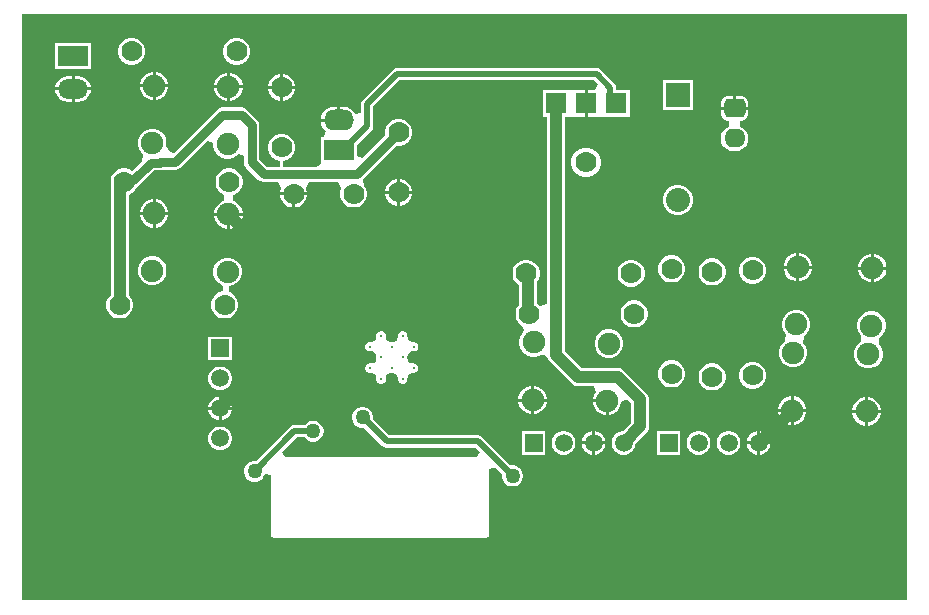
<source format=gbr>
G04*
G04 #@! TF.GenerationSoftware,Altium Limited,Altium Designer,25.0.2 (28)*
G04*
G04 Layer_Physical_Order=2*
G04 Layer_Color=16711680*
%FSLAX44Y44*%
%MOMM*%
G71*
G04*
G04 #@! TF.SameCoordinates,D42C59B9-CDD2-46E9-AE24-7A473A00D307*
G04*
G04*
G04 #@! TF.FilePolarity,Positive*
G04*
G01*
G75*
%ADD44C,0.5080*%
%ADD46C,0.7620*%
%ADD47C,1.0000*%
%ADD48C,1.0000*%
%ADD50C,0.3000*%
%ADD51C,1.7780*%
%ADD52R,1.7780X1.7780*%
%ADD53C,1.9050*%
%ADD54R,1.5000X1.5000*%
%ADD55C,1.5000*%
%ADD56R,1.5000X1.5000*%
G04:AMPARAMS|DCode=57|XSize=1.6mm|YSize=1.8mm|CornerRadius=0.4mm|HoleSize=0mm|Usage=FLASHONLY|Rotation=270.000|XOffset=0mm|YOffset=0mm|HoleType=Round|Shape=RoundedRectangle|*
%AMROUNDEDRECTD57*
21,1,1.6000,1.0000,0,0,270.0*
21,1,0.8000,1.8000,0,0,270.0*
1,1,0.8000,-0.5000,-0.4000*
1,1,0.8000,-0.5000,0.4000*
1,1,0.8000,0.5000,0.4000*
1,1,0.8000,0.5000,-0.4000*
%
%ADD57ROUNDEDRECTD57*%
%ADD58O,1.8000X1.6000*%
%ADD59R,2.0320X2.0320*%
%ADD60C,2.0320*%
%ADD61O,2.5400X1.7780*%
%ADD62R,2.5400X1.7780*%
%ADD63O,2.5400X1.6510*%
%ADD64R,2.5400X1.6510*%
%ADD65C,1.2700*%
G36*
X1319455Y353135D02*
X570305D01*
Y849555D01*
X1319455D01*
X1319455Y353135D01*
D02*
G37*
%LPC*%
G36*
X753345Y829310D02*
X750335D01*
X747428Y828531D01*
X744822Y827026D01*
X742694Y824898D01*
X741189Y822292D01*
X740410Y819385D01*
Y816375D01*
X741189Y813468D01*
X742694Y810862D01*
X744822Y808734D01*
X747428Y807229D01*
X750335Y806450D01*
X753345D01*
X756252Y807229D01*
X758858Y808734D01*
X760986Y810862D01*
X762491Y813468D01*
X763270Y816375D01*
Y819385D01*
X762491Y822292D01*
X760986Y824898D01*
X758858Y827026D01*
X756252Y828531D01*
X753345Y829310D01*
D02*
G37*
G36*
X664445D02*
X661435D01*
X658528Y828531D01*
X655922Y827026D01*
X653794Y824898D01*
X652289Y822292D01*
X651510Y819385D01*
Y816375D01*
X652289Y813468D01*
X653794Y810862D01*
X655922Y808734D01*
X658528Y807229D01*
X661435Y806450D01*
X664445D01*
X667352Y807229D01*
X669958Y808734D01*
X672086Y810862D01*
X673591Y813468D01*
X674370Y816375D01*
Y819385D01*
X673591Y822292D01*
X672086Y824898D01*
X669958Y827026D01*
X667352Y828531D01*
X664445Y829310D01*
D02*
G37*
G36*
X628650Y824865D02*
X598170D01*
Y803275D01*
X628650D01*
Y824865D01*
D02*
G37*
G36*
X683578Y800735D02*
X683260D01*
Y789940D01*
X694055D01*
Y790258D01*
X693233Y793327D01*
X691644Y796078D01*
X689398Y798324D01*
X686647Y799913D01*
X683578Y800735D01*
D02*
G37*
G36*
X680720D02*
X680402D01*
X677333Y799913D01*
X674582Y798324D01*
X672336Y796078D01*
X670747Y793327D01*
X669925Y790258D01*
Y789940D01*
X680720D01*
Y800735D01*
D02*
G37*
G36*
X746570Y799973D02*
X746252D01*
Y789178D01*
X757047D01*
Y789496D01*
X756225Y792565D01*
X754636Y795316D01*
X752390Y797562D01*
X749639Y799151D01*
X746570Y799973D01*
D02*
G37*
G36*
X743712D02*
X743394D01*
X740325Y799151D01*
X737574Y797562D01*
X735328Y795316D01*
X733739Y792565D01*
X732917Y789496D01*
Y789178D01*
X743712D01*
Y799973D01*
D02*
G37*
G36*
X791445Y798830D02*
X791210D01*
Y788670D01*
X801370D01*
Y788905D01*
X800591Y791812D01*
X799086Y794418D01*
X796958Y796546D01*
X794352Y798051D01*
X791445Y798830D01*
D02*
G37*
G36*
X788670D02*
X788435D01*
X785528Y798051D01*
X782922Y796546D01*
X780794Y794418D01*
X779289Y791812D01*
X778510Y788905D01*
Y788670D01*
X788670D01*
Y798830D01*
D02*
G37*
G36*
X617855Y797018D02*
X614680D01*
Y787400D01*
X628576D01*
X628372Y788948D01*
X627284Y791574D01*
X625554Y793829D01*
X623299Y795559D01*
X620673Y796647D01*
X617855Y797018D01*
D02*
G37*
G36*
X612140D02*
X608965D01*
X606147Y796647D01*
X603521Y795559D01*
X601266Y793829D01*
X599536Y791574D01*
X598448Y788948D01*
X598244Y787400D01*
X612140D01*
Y797018D01*
D02*
G37*
G36*
X887730Y804009D02*
X885748Y803615D01*
X884068Y802493D01*
X884068Y802492D01*
X858668Y777093D01*
X857545Y775412D01*
X857150Y773430D01*
Y765841D01*
X852150Y764847D01*
X851994Y765224D01*
X850162Y767612D01*
X847774Y769444D01*
X844994Y770596D01*
X842010Y770989D01*
X839470D01*
Y759460D01*
X838200D01*
Y758190D01*
X823029D01*
X823254Y756476D01*
X824406Y753696D01*
X826238Y751308D01*
X827304Y750490D01*
X825653Y745490D01*
X822960D01*
Y722630D01*
X818961Y720214D01*
X791552D01*
X791445Y725170D01*
X794352Y725949D01*
X796958Y727454D01*
X799086Y729582D01*
X800591Y732188D01*
X801370Y735095D01*
Y738105D01*
X800591Y741012D01*
X799086Y743618D01*
X796958Y745746D01*
X794352Y747251D01*
X791445Y748030D01*
X788435D01*
X785528Y747251D01*
X782922Y745746D01*
X780794Y743618D01*
X779289Y741012D01*
X778510Y738105D01*
Y735095D01*
X779289Y732188D01*
X780794Y729582D01*
X782922Y727454D01*
X785528Y725949D01*
X788435Y725170D01*
X788328Y720214D01*
X777382D01*
X771014Y726582D01*
Y755650D01*
X770522Y758128D01*
X769118Y760228D01*
X760823Y768523D01*
X758722Y769927D01*
X756245Y770420D01*
X739815D01*
X737338Y769927D01*
X735237Y768523D01*
X698939Y732225D01*
X695576Y732574D01*
X695087Y732944D01*
X692214Y737385D01*
X692531Y738568D01*
Y741744D01*
X691709Y744813D01*
X690120Y747564D01*
X687874Y749810D01*
X685123Y751399D01*
X682054Y752221D01*
X678878D01*
X675809Y751399D01*
X673058Y749810D01*
X670812Y747564D01*
X669223Y744813D01*
X668401Y741744D01*
Y738568D01*
X669223Y735499D01*
X670812Y732748D01*
X671610Y731950D01*
X673026Y730370D01*
X671831Y725437D01*
X663178Y716785D01*
X661002Y718041D01*
X658095Y718820D01*
X655085D01*
X652178Y718041D01*
X649572Y716536D01*
X647444Y714408D01*
X645939Y711802D01*
X645160Y708895D01*
Y705885D01*
X645665Y704001D01*
X645434Y703443D01*
X645175Y701475D01*
Y611809D01*
X643634Y610268D01*
X642129Y607662D01*
X641350Y604755D01*
Y601745D01*
X642129Y598838D01*
X643634Y596232D01*
X645762Y594104D01*
X648368Y592599D01*
X651275Y591820D01*
X654285D01*
X657192Y592599D01*
X659798Y594104D01*
X661926Y596232D01*
X663431Y598838D01*
X664210Y601745D01*
Y604755D01*
X663431Y607662D01*
X661926Y610268D01*
X660385Y611809D01*
Y696574D01*
X661002Y696739D01*
X663608Y698244D01*
X665736Y700372D01*
X667241Y702978D01*
X667288Y703152D01*
X669007Y704301D01*
X682053Y717347D01*
X687232D01*
X687629Y717426D01*
X699770D01*
X702248Y717918D01*
X704348Y719322D01*
X727427Y742400D01*
X730519Y741307D01*
X732155Y740058D01*
Y737552D01*
X732977Y734483D01*
X734566Y731732D01*
X736812Y729486D01*
X739563Y727897D01*
X742632Y727075D01*
X745808D01*
X748877Y727897D01*
X751628Y729486D01*
X753066Y730923D01*
X756402Y730160D01*
X758066Y729125D01*
Y723900D01*
X758558Y721422D01*
X759962Y719322D01*
X770122Y709162D01*
X772222Y707758D01*
X774700Y707266D01*
X787204D01*
X787362Y707138D01*
X788938Y704001D01*
D01*
X789809Y702266D01*
X789449Y701642D01*
X788670Y698735D01*
Y698500D01*
X811530D01*
Y698735D01*
X810751Y701642D01*
X810391Y702266D01*
X812838Y707138D01*
X812996Y707266D01*
X838004D01*
X838162Y707138D01*
X840609Y702266D01*
X840249Y701642D01*
X839470Y698735D01*
Y695725D01*
X840249Y692818D01*
X841754Y690212D01*
X843882Y688084D01*
X846488Y686579D01*
X849395Y685800D01*
X852405D01*
X855312Y686579D01*
X857918Y688084D01*
X860046Y690212D01*
X861551Y692818D01*
X862330Y695725D01*
Y698735D01*
X861551Y701642D01*
X860046Y704248D01*
X859893Y704401D01*
X858537Y707844D01*
X859876Y711020D01*
X886889Y738033D01*
X887495Y737870D01*
X890505D01*
X893412Y738649D01*
X896018Y740154D01*
X898146Y742282D01*
X899651Y744888D01*
X900430Y747795D01*
Y750805D01*
X899651Y753712D01*
X898146Y756318D01*
X896018Y758446D01*
X893412Y759951D01*
X890505Y760730D01*
X887495D01*
X884588Y759951D01*
X881982Y758446D01*
X879854Y756318D01*
X878349Y753712D01*
X877570Y750805D01*
Y747795D01*
X877732Y747189D01*
X858059Y727516D01*
X853440Y729429D01*
Y738165D01*
X865993Y750717D01*
X867115Y752398D01*
X867510Y754380D01*
Y771285D01*
X889875Y793651D01*
X1054495D01*
X1057815Y790330D01*
X1055744Y785330D01*
X1049020D01*
Y773900D01*
Y762470D01*
X1056720D01*
X1060450Y762470D01*
X1064180Y762470D01*
X1084580D01*
Y785330D01*
X1073341D01*
Y787308D01*
X1072947Y789290D01*
X1071824Y790971D01*
X1060303Y802493D01*
X1058622Y803615D01*
X1056640Y804009D01*
X887730D01*
X887730Y804009D01*
D02*
G37*
G36*
X694055Y787400D02*
X683260D01*
Y776605D01*
X683578D01*
X686647Y777427D01*
X689398Y779016D01*
X691644Y781262D01*
X693233Y784013D01*
X694055Y787082D01*
Y787400D01*
D02*
G37*
G36*
X680720D02*
X669925D01*
Y787082D01*
X670747Y784013D01*
X672336Y781262D01*
X674582Y779016D01*
X677333Y777427D01*
X680402Y776605D01*
X680720D01*
Y787400D01*
D02*
G37*
G36*
X801370Y786130D02*
X791210D01*
Y775970D01*
X791445D01*
X794352Y776749D01*
X796958Y778254D01*
X799086Y780382D01*
X800591Y782988D01*
X801370Y785895D01*
Y786130D01*
D02*
G37*
G36*
X788670D02*
X778510D01*
Y785895D01*
X779289Y782988D01*
X780794Y780382D01*
X782922Y778254D01*
X785528Y776749D01*
X788435Y775970D01*
X788670D01*
Y786130D01*
D02*
G37*
G36*
X757047Y786638D02*
X746252D01*
Y775843D01*
X746570D01*
X749639Y776665D01*
X752390Y778254D01*
X754636Y780500D01*
X756225Y783251D01*
X757047Y786320D01*
Y786638D01*
D02*
G37*
G36*
X743712D02*
X732917D01*
Y786320D01*
X733739Y783251D01*
X735328Y780500D01*
X737574Y778254D01*
X740325Y776665D01*
X743394Y775843D01*
X743712D01*
Y786638D01*
D02*
G37*
G36*
X628576Y784860D02*
X614680D01*
Y775242D01*
X617855D01*
X620673Y775613D01*
X623299Y776701D01*
X625554Y778431D01*
X627284Y780686D01*
X628372Y783312D01*
X628576Y784860D01*
D02*
G37*
G36*
X612140D02*
X598244D01*
X598448Y783312D01*
X599536Y780686D01*
X601266Y778431D01*
X603521Y776701D01*
X606147Y775613D01*
X608965Y775242D01*
X612140D01*
Y784860D01*
D02*
G37*
G36*
X1178480Y780216D02*
X1174750D01*
Y770890D01*
X1185076D01*
Y773620D01*
X1184852Y775327D01*
X1184193Y776918D01*
X1183144Y778284D01*
X1181778Y779333D01*
X1180187Y779992D01*
X1178480Y780216D01*
D02*
G37*
G36*
X1172210D02*
X1168480D01*
X1166773Y779992D01*
X1165182Y779333D01*
X1163816Y778284D01*
X1162767Y776918D01*
X1162108Y775327D01*
X1161884Y773620D01*
Y770890D01*
X1172210D01*
Y780216D01*
D02*
G37*
G36*
X1137920Y793750D02*
X1112520D01*
Y768350D01*
X1137920D01*
Y793750D01*
D02*
G37*
G36*
X1035050Y785330D02*
X1031320Y785330D01*
X1010920D01*
Y762470D01*
X1014745D01*
Y604336D01*
X1013844Y603628D01*
D01*
X1008636Y602648D01*
X1006508Y604776D01*
X1005825Y605171D01*
Y622631D01*
X1006096Y622902D01*
X1007601Y625508D01*
X1008380Y628415D01*
Y631425D01*
X1007601Y634332D01*
X1006096Y636938D01*
X1003968Y639066D01*
X1001362Y640571D01*
X998455Y641350D01*
X995445D01*
X992538Y640571D01*
X989932Y639066D01*
X987804Y636938D01*
X986299Y634332D01*
X985520Y631425D01*
Y628415D01*
X986299Y625508D01*
X987804Y622902D01*
X989932Y620774D01*
X990615Y620379D01*
Y602919D01*
X990344Y602648D01*
X988839Y600042D01*
X988060Y597135D01*
Y594125D01*
X988839Y591218D01*
X990344Y588612D01*
X992472Y586484D01*
X993797Y585718D01*
X994405Y584394D01*
X994815Y581842D01*
D01*
X994654Y579916D01*
X993646Y578908D01*
X992057Y576157D01*
X991235Y573088D01*
Y569912D01*
X992057Y566843D01*
X993646Y564092D01*
X995892Y561846D01*
X998643Y560257D01*
X1001712Y559435D01*
X1004888D01*
X1007957Y560257D01*
X1009745Y561289D01*
X1011049Y561174D01*
X1012681Y560554D01*
X1014982Y559048D01*
X1015004Y558880D01*
X1015764Y557045D01*
X1016972Y555470D01*
X1035530Y536912D01*
X1037105Y535704D01*
X1038940Y534944D01*
X1040908Y534685D01*
X1054111D01*
X1056182Y529685D01*
X1055876Y529378D01*
X1054287Y526627D01*
X1053465Y523558D01*
Y523240D01*
X1065530D01*
Y521970D01*
X1066800D01*
Y509905D01*
X1067118D01*
X1070187Y510727D01*
X1072938Y512316D01*
X1075184Y514562D01*
X1076773Y517313D01*
X1077595Y520382D01*
Y521289D01*
X1082595Y523360D01*
X1085865Y520090D01*
Y503530D01*
X1078785Y496450D01*
X1078178D01*
X1075625Y495766D01*
X1073335Y494444D01*
X1071466Y492575D01*
X1070144Y490285D01*
X1069460Y487732D01*
Y485088D01*
X1070144Y482535D01*
X1071466Y480245D01*
X1073335Y478376D01*
X1075625Y477054D01*
X1078178Y476370D01*
X1080822D01*
X1083375Y477054D01*
X1085665Y478376D01*
X1087534Y480245D01*
X1088856Y482535D01*
X1089540Y485088D01*
Y485695D01*
X1098848Y495002D01*
X1100056Y496577D01*
X1100816Y498412D01*
X1101075Y500380D01*
Y523240D01*
X1100816Y525208D01*
X1100371Y526283D01*
X1100056Y527043D01*
X1098848Y528618D01*
X1079798Y547668D01*
X1078223Y548876D01*
X1076388Y549636D01*
X1074420Y549895D01*
X1044058D01*
X1029955Y563998D01*
Y762470D01*
X1035050Y762470D01*
X1038780Y762470D01*
X1046480D01*
Y773900D01*
Y785330D01*
X1038780D01*
X1035050Y785330D01*
D02*
G37*
G36*
X836930Y770989D02*
X834390D01*
X831406Y770596D01*
X828626Y769444D01*
X826238Y767612D01*
X824406Y765224D01*
X823254Y762444D01*
X823029Y760730D01*
X836930D01*
Y770989D01*
D02*
G37*
G36*
X1185076Y768350D02*
X1173480D01*
X1161884D01*
Y765620D01*
X1162108Y763913D01*
X1162767Y762322D01*
X1163816Y760956D01*
X1165182Y759907D01*
X1166773Y759248D01*
X1168480Y759024D01*
X1168606Y754024D01*
X1167165Y753427D01*
X1164963Y751737D01*
X1163273Y749536D01*
X1162211Y746972D01*
X1161849Y744220D01*
X1162211Y741469D01*
X1163273Y738904D01*
X1164963Y736703D01*
X1167165Y735013D01*
X1169728Y733951D01*
X1172480Y733589D01*
X1174480D01*
X1177232Y733951D01*
X1179796Y735013D01*
X1181997Y736703D01*
X1183687Y738904D01*
X1184749Y741469D01*
X1185111Y744220D01*
X1184749Y746972D01*
X1183687Y749536D01*
X1181997Y751737D01*
X1179796Y753427D01*
X1178354Y754024D01*
X1178480Y759024D01*
X1180187Y759248D01*
X1181778Y759907D01*
X1183144Y760956D01*
X1184193Y762322D01*
X1184852Y763913D01*
X1185076Y765620D01*
Y768350D01*
D02*
G37*
G36*
X1049401Y736440D02*
X1046099D01*
X1042910Y735585D01*
X1040050Y733934D01*
X1037716Y731600D01*
X1036065Y728740D01*
X1035210Y725551D01*
Y722249D01*
X1036065Y719060D01*
X1037716Y716200D01*
X1040050Y713866D01*
X1042910Y712215D01*
X1046099Y711360D01*
X1049401D01*
X1052590Y712215D01*
X1055450Y713866D01*
X1057785Y716200D01*
X1059435Y719060D01*
X1060290Y722249D01*
Y725551D01*
X1059435Y728740D01*
X1057785Y731600D01*
X1055450Y733934D01*
X1052590Y735585D01*
X1049401Y736440D01*
D02*
G37*
G36*
X890505Y709930D02*
X890270D01*
Y699770D01*
X900430D01*
Y700005D01*
X899651Y702912D01*
X898146Y705518D01*
X896018Y707646D01*
X893412Y709151D01*
X890505Y709930D01*
D02*
G37*
G36*
X887730D02*
X887495D01*
X884588Y709151D01*
X881982Y707646D01*
X879854Y705518D01*
X878349Y702912D01*
X877570Y700005D01*
Y699770D01*
X887730D01*
Y709930D01*
D02*
G37*
G36*
X900430Y697230D02*
X890270D01*
Y687070D01*
X890505D01*
X893412Y687849D01*
X896018Y689354D01*
X898146Y691482D01*
X899651Y694088D01*
X900430Y696995D01*
Y697230D01*
D02*
G37*
G36*
X887730D02*
X877570D01*
Y696995D01*
X878349Y694088D01*
X879854Y691482D01*
X881982Y689354D01*
X884588Y687849D01*
X887495Y687070D01*
X887730D01*
Y697230D01*
D02*
G37*
G36*
X811530Y695960D02*
X801370D01*
Y685800D01*
X801605D01*
X804512Y686579D01*
X807118Y688084D01*
X809246Y690212D01*
X810751Y692818D01*
X811530Y695725D01*
Y695960D01*
D02*
G37*
G36*
X798830D02*
X788670D01*
Y695725D01*
X789449Y692818D01*
X790954Y690212D01*
X793082Y688084D01*
X795688Y686579D01*
X798595Y685800D01*
X798830D01*
Y695960D01*
D02*
G37*
G36*
X683578Y692785D02*
X683260D01*
Y681990D01*
X694055D01*
Y682308D01*
X693233Y685377D01*
X691644Y688128D01*
X689398Y690374D01*
X686647Y691963D01*
X683578Y692785D01*
D02*
G37*
G36*
X680720D02*
X680402D01*
X677333Y691963D01*
X674582Y690374D01*
X672336Y688128D01*
X670747Y685377D01*
X669925Y682308D01*
Y681990D01*
X680720D01*
Y692785D01*
D02*
G37*
G36*
X746995Y718820D02*
X743985D01*
X741078Y718041D01*
X738472Y716536D01*
X736344Y714408D01*
X734839Y711802D01*
X734060Y708895D01*
Y705885D01*
X734839Y702978D01*
X736344Y700372D01*
X738472Y698244D01*
X741078Y696739D01*
X741377Y696659D01*
Y691483D01*
X740325Y691201D01*
X737574Y689612D01*
X735328Y687366D01*
X733739Y684615D01*
X732917Y681546D01*
Y681228D01*
X757047D01*
Y681546D01*
X756225Y684615D01*
X754636Y687366D01*
X752390Y689612D01*
X749639Y691201D01*
X749095Y691346D01*
X749095Y696523D01*
X749902Y696739D01*
X752508Y698244D01*
X754636Y700372D01*
X756141Y702978D01*
X756920Y705885D01*
Y708895D01*
X756141Y711802D01*
X754636Y714408D01*
X752508Y716536D01*
X749902Y718041D01*
X746995Y718820D01*
D02*
G37*
G36*
X1126892Y704850D02*
X1123548D01*
X1120318Y703985D01*
X1117422Y702312D01*
X1115058Y699948D01*
X1113385Y697052D01*
X1112520Y693822D01*
Y690478D01*
X1113385Y687248D01*
X1115058Y684352D01*
X1117422Y681988D01*
X1120318Y680315D01*
X1123548Y679450D01*
X1126892D01*
X1130122Y680315D01*
X1133018Y681988D01*
X1135383Y684352D01*
X1137055Y687248D01*
X1137920Y690478D01*
Y693822D01*
X1137055Y697052D01*
X1135383Y699948D01*
X1133018Y702312D01*
X1130122Y703985D01*
X1126892Y704850D01*
D02*
G37*
G36*
X694055Y679450D02*
X683260D01*
Y668655D01*
X683578D01*
X686647Y669477D01*
X689398Y671066D01*
X691644Y673312D01*
X693233Y676063D01*
X694055Y679132D01*
Y679450D01*
D02*
G37*
G36*
X680720D02*
X669925D01*
Y679132D01*
X670747Y676063D01*
X672336Y673312D01*
X674582Y671066D01*
X677333Y669477D01*
X680402Y668655D01*
X680720D01*
Y679450D01*
D02*
G37*
G36*
X757047Y678688D02*
X746252D01*
Y667893D01*
X746570D01*
X749639Y668715D01*
X752390Y670304D01*
X754636Y672550D01*
X756225Y675301D01*
X757047Y678370D01*
Y678648D01*
Y678688D01*
D02*
G37*
G36*
X743712D02*
X732917D01*
Y678370D01*
X733739Y675301D01*
X735328Y672550D01*
X737574Y670304D01*
X740325Y668715D01*
X743394Y667893D01*
X743712D01*
Y678688D01*
D02*
G37*
G36*
X1228662Y647319D02*
X1228344D01*
Y636524D01*
X1239139D01*
Y636842D01*
X1238317Y639911D01*
X1236728Y642662D01*
X1234482Y644908D01*
X1231731Y646497D01*
X1228662Y647319D01*
D02*
G37*
G36*
X1225804D02*
X1225486D01*
X1222417Y646497D01*
X1219666Y644908D01*
X1217420Y642662D01*
X1215831Y639911D01*
X1215009Y636842D01*
Y636524D01*
X1225804D01*
Y647319D01*
D02*
G37*
G36*
X1291654Y646557D02*
X1291336D01*
Y635762D01*
X1302131D01*
Y636080D01*
X1301309Y639149D01*
X1299720Y641900D01*
X1297474Y644146D01*
X1294723Y645735D01*
X1291654Y646557D01*
D02*
G37*
G36*
X1288796D02*
X1288478D01*
X1285409Y645735D01*
X1282658Y644146D01*
X1280412Y641900D01*
X1278823Y639149D01*
X1278001Y636080D01*
Y635762D01*
X1288796D01*
Y646557D01*
D02*
G37*
G36*
X1239139Y633984D02*
X1228344D01*
Y623189D01*
X1228662D01*
X1231731Y624011D01*
X1234482Y625600D01*
X1236728Y627846D01*
X1238317Y630597D01*
X1239139Y633666D01*
Y633984D01*
D02*
G37*
G36*
X1225804D02*
X1215009D01*
Y633666D01*
X1215831Y630597D01*
X1217420Y627846D01*
X1219666Y625600D01*
X1222417Y624011D01*
X1225486Y623189D01*
X1225804D01*
Y633984D01*
D02*
G37*
G36*
X1302131Y633222D02*
X1291336D01*
Y622427D01*
X1291654D01*
X1294723Y623249D01*
X1297474Y624838D01*
X1299720Y627084D01*
X1301309Y629835D01*
X1302131Y632904D01*
Y633222D01*
D02*
G37*
G36*
X1288796D02*
X1278001D01*
Y632904D01*
X1278823Y629835D01*
X1280412Y627084D01*
X1282658Y624838D01*
X1285409Y623249D01*
X1288478Y622427D01*
X1288796D01*
Y633222D01*
D02*
G37*
G36*
X1121645Y645160D02*
X1118635D01*
X1115728Y644381D01*
X1113122Y642876D01*
X1110994Y640748D01*
X1109489Y638142D01*
X1108710Y635235D01*
Y632225D01*
X1109489Y629318D01*
X1110994Y626712D01*
X1113122Y624584D01*
X1115728Y623079D01*
X1118635Y622300D01*
X1121645D01*
X1124552Y623079D01*
X1127158Y624584D01*
X1129286Y626712D01*
X1130791Y629318D01*
X1131570Y632225D01*
Y635235D01*
X1130791Y638142D01*
X1129286Y640748D01*
X1127158Y642876D01*
X1124552Y644381D01*
X1121645Y645160D01*
D02*
G37*
G36*
X1190225Y643890D02*
X1187215D01*
X1184308Y643111D01*
X1181702Y641606D01*
X1179574Y639478D01*
X1178069Y636872D01*
X1177290Y633965D01*
Y630955D01*
X1178069Y628048D01*
X1179574Y625442D01*
X1181702Y623314D01*
X1184308Y621809D01*
X1187215Y621030D01*
X1190225D01*
X1193132Y621809D01*
X1195738Y623314D01*
X1197866Y625442D01*
X1199371Y628048D01*
X1200150Y630955D01*
Y633965D01*
X1199371Y636872D01*
X1197866Y639478D01*
X1195738Y641606D01*
X1193132Y643111D01*
X1190225Y643890D01*
D02*
G37*
G36*
X682054Y644271D02*
X678878D01*
X675809Y643449D01*
X673058Y641860D01*
X670812Y639614D01*
X669223Y636863D01*
X668401Y633794D01*
Y630618D01*
X669223Y627549D01*
X670812Y624798D01*
X673058Y622552D01*
X675809Y620963D01*
X678878Y620141D01*
X682054D01*
X685123Y620963D01*
X687874Y622552D01*
X690120Y624798D01*
X691709Y627549D01*
X692531Y630618D01*
Y633794D01*
X691709Y636863D01*
X690120Y639614D01*
X687874Y641860D01*
X685123Y643449D01*
X682054Y644271D01*
D02*
G37*
G36*
X1155935Y642620D02*
X1152925D01*
X1150018Y641841D01*
X1147412Y640336D01*
X1145284Y638208D01*
X1143779Y635602D01*
X1143000Y632695D01*
Y629685D01*
X1143779Y626778D01*
X1145284Y624172D01*
X1147412Y622044D01*
X1150018Y620539D01*
X1152925Y619760D01*
X1155935D01*
X1158842Y620539D01*
X1161448Y622044D01*
X1163576Y624172D01*
X1165081Y626778D01*
X1165860Y629685D01*
Y632695D01*
X1165081Y635602D01*
X1163576Y638208D01*
X1161448Y640336D01*
X1158842Y641841D01*
X1155935Y642620D01*
D02*
G37*
G36*
X1087355Y641350D02*
X1084345D01*
X1081438Y640571D01*
X1078832Y639066D01*
X1076704Y636938D01*
X1075199Y634332D01*
X1074420Y631425D01*
Y628415D01*
X1075199Y625508D01*
X1076704Y622902D01*
X1078832Y620774D01*
X1081438Y619269D01*
X1084345Y618490D01*
X1087355D01*
X1090262Y619269D01*
X1092868Y620774D01*
X1094996Y622902D01*
X1096501Y625508D01*
X1097280Y628415D01*
Y631425D01*
X1096501Y634332D01*
X1094996Y636938D01*
X1092868Y639066D01*
X1090262Y640571D01*
X1087355Y641350D01*
D02*
G37*
G36*
X745808Y643255D02*
X742632D01*
X739563Y642433D01*
X736812Y640844D01*
X734566Y638598D01*
X732977Y635847D01*
X732155Y632778D01*
Y629602D01*
X732977Y626533D01*
X734566Y623782D01*
X736812Y621536D01*
X739563Y619947D01*
X740560Y619680D01*
X740175Y614680D01*
X737268Y613901D01*
X734662Y612396D01*
X732534Y610268D01*
X731029Y607662D01*
X730250Y604755D01*
Y601745D01*
X731029Y598838D01*
X732534Y596232D01*
X734662Y594104D01*
X737268Y592599D01*
X740175Y591820D01*
X743185D01*
X746092Y592599D01*
X748698Y594104D01*
X750826Y596232D01*
X752331Y598838D01*
X753110Y601745D01*
Y604755D01*
X752331Y607662D01*
X750826Y610268D01*
X748698Y612396D01*
X746092Y613901D01*
X745256Y614125D01*
X745808Y619125D01*
X748877Y619947D01*
X751628Y621536D01*
X753874Y623782D01*
X755463Y626533D01*
X756285Y629602D01*
Y632778D01*
X755463Y635847D01*
X753874Y638598D01*
X751628Y640844D01*
X750665Y641401D01*
D01*
X748877Y642433D01*
X745808Y643255D01*
D02*
G37*
G36*
X1089895Y607060D02*
X1086885D01*
X1083978Y606281D01*
X1081372Y604776D01*
X1079244Y602648D01*
X1077739Y600042D01*
X1076960Y597135D01*
Y594125D01*
X1077739Y591218D01*
X1079244Y588612D01*
X1081372Y586484D01*
X1083978Y584979D01*
X1086885Y584200D01*
X1089895D01*
X1092802Y584979D01*
X1095408Y586484D01*
X1097536Y588612D01*
X1099041Y591218D01*
X1099820Y594125D01*
Y597135D01*
X1099041Y600042D01*
X1097536Y602648D01*
X1095408Y604776D01*
X1092802Y606281D01*
X1089895Y607060D01*
D02*
G37*
G36*
X893329Y581190D02*
X893241Y581190D01*
D01*
X891721Y581190D01*
X891721Y581190D01*
X890627Y580737D01*
X890237Y580575D01*
X890237Y580575D01*
X890237Y580575D01*
X889100Y579438D01*
X888647Y578344D01*
X888485Y577954D01*
X888485Y577954D01*
X888485Y577953D01*
X888485Y576346D01*
X888441Y575870D01*
X888086Y573848D01*
X886652Y572414D01*
X884630Y572059D01*
X884154Y572015D01*
X882546D01*
X882070Y572059D01*
X880048Y572414D01*
X878614Y573848D01*
X878259Y575870D01*
X878215Y576346D01*
X878215Y577953D01*
X878215Y577954D01*
X878215Y577954D01*
X877600Y579438D01*
X876763Y580276D01*
X876463Y580575D01*
X876463D01*
X874979Y581190D01*
X874891Y581190D01*
X873371Y581190D01*
X873371Y581190D01*
X872277Y580737D01*
X871887Y580575D01*
X871887Y580575D01*
X871887Y580575D01*
X870750Y579438D01*
X870297Y578344D01*
X870135Y577954D01*
X870135Y577954D01*
X870135Y577953D01*
X870135Y576346D01*
X870091Y575870D01*
X869890Y574725D01*
X869736Y573848D01*
X868302Y572414D01*
X866280Y572059D01*
X865804Y572015D01*
X864196Y572015D01*
X864196Y572015D01*
X864196Y572015D01*
X862712Y571400D01*
X861618Y570306D01*
X861575Y570263D01*
X861575Y570263D01*
X861575Y570263D01*
X860960Y568779D01*
X860960Y568779D01*
X860960Y568691D01*
X860960Y567171D01*
X861413Y566077D01*
X861575Y565686D01*
X861575Y565686D01*
X861575Y565686D01*
X861618Y565644D01*
X862712Y564550D01*
X864196Y563935D01*
X864196Y563935D01*
X864196Y563935D01*
X865804Y563935D01*
X866280Y563891D01*
D01*
D01*
X868302Y563536D01*
X869736Y562102D01*
X870091Y560080D01*
X870135Y559604D01*
Y557996D01*
X870091Y557520D01*
X869736Y555498D01*
X868302Y554064D01*
D01*
X866280Y553709D01*
D01*
D01*
X865804Y553665D01*
X864196Y553665D01*
X864196Y553665D01*
X864196Y553665D01*
X863806Y553503D01*
X862712Y553050D01*
X861618Y551956D01*
X861575Y551913D01*
X861575Y551913D01*
X861575Y551913D01*
X860960Y550429D01*
X860960Y550429D01*
X860960Y550341D01*
D01*
D01*
X860960Y548821D01*
X861413Y547727D01*
X861575Y547337D01*
X861575Y547337D01*
X861575Y547337D01*
X861618Y547294D01*
X862712Y546200D01*
X863806Y545747D01*
X864196Y545585D01*
X864196Y545585D01*
X864196Y545585D01*
X865804Y545585D01*
X866280Y545541D01*
D01*
D01*
D01*
X867796Y545275D01*
X868302Y545186D01*
D01*
D01*
D01*
X869736Y543752D01*
X870091Y541730D01*
X870135Y541254D01*
X870135Y539646D01*
D01*
X870135Y539646D01*
D01*
X870135Y539646D01*
X870750Y538162D01*
X871887Y537025D01*
X871887Y537025D01*
X871887Y537025D01*
X873371Y536410D01*
X873371Y536410D01*
X873459Y536410D01*
D01*
X874979Y536410D01*
X876463Y537025D01*
X876463D01*
X876506Y537067D01*
X877600Y538162D01*
X878053Y539256D01*
X878215Y539646D01*
X878215Y539646D01*
X878215Y539646D01*
X878215Y541254D01*
X878259Y541730D01*
D01*
X878539Y543325D01*
X878614Y543752D01*
X880048Y545186D01*
D01*
X881733Y545482D01*
X882070Y545541D01*
D01*
D01*
X882546Y545585D01*
X884154D01*
X884630Y545541D01*
X886652Y545186D01*
X888086Y543752D01*
X888104Y543654D01*
X888441Y541730D01*
D01*
D01*
X888485Y541254D01*
X888485Y539646D01*
D01*
X888485Y539646D01*
X888485Y539646D01*
X889100Y538162D01*
X890237Y537025D01*
X890237Y537025D01*
X890237Y537025D01*
X891721Y536410D01*
X891721Y536410D01*
X891809Y536410D01*
D01*
X893329Y536410D01*
X894813Y537025D01*
X894814D01*
X894856Y537067D01*
X895950Y538162D01*
X896403Y539256D01*
X896565Y539646D01*
X896565Y539646D01*
X896565Y539646D01*
X896565Y541254D01*
X896609Y541730D01*
X896716Y542342D01*
X896964Y543752D01*
X898398Y545186D01*
D01*
D01*
X900420Y545541D01*
X900896Y545585D01*
X902504Y545585D01*
X902504Y545585D01*
X902504Y545585D01*
X903988Y546200D01*
X905082Y547294D01*
X905125Y547337D01*
X905125Y547337D01*
X905125Y547337D01*
X905740Y548821D01*
X905740Y548821D01*
X905740Y548909D01*
X905740Y550429D01*
X905287Y551523D01*
X905125Y551913D01*
X905125Y551913D01*
X905125Y551913D01*
X905082Y551956D01*
X903988Y553050D01*
X902895Y553503D01*
X902504Y553665D01*
X902504Y553665D01*
X902504Y553665D01*
D01*
X900896Y553665D01*
X900420Y553709D01*
X898398Y554064D01*
X896964Y555498D01*
X896609Y557520D01*
X896565Y557996D01*
Y559604D01*
X896609Y560080D01*
X896964Y562102D01*
X898398Y563536D01*
D01*
X900420Y563891D01*
X900896Y563935D01*
X902504Y563935D01*
X902504Y563935D01*
X902504Y563935D01*
X903988Y564550D01*
X905082Y565644D01*
X905125Y565686D01*
X905125Y565686D01*
X905125Y565687D01*
X905740Y567171D01*
X905740Y567171D01*
X905740Y567259D01*
X905740Y568779D01*
X905287Y569873D01*
X905125Y570263D01*
X905125Y570263D01*
X905125Y570263D01*
X905082Y570306D01*
X903988Y571400D01*
X902895Y571853D01*
X902504Y572015D01*
X902504Y572015D01*
X902504Y572015D01*
X900896Y572015D01*
D01*
X900420Y572059D01*
D01*
D01*
X898398Y572414D01*
X896964Y573848D01*
D01*
D01*
X896609Y575870D01*
X896565Y576346D01*
X896565Y577953D01*
X896565Y577954D01*
X896565Y577954D01*
X895950Y579438D01*
X895113Y580276D01*
X894814Y580575D01*
X894813D01*
X893329Y581190D01*
D02*
G37*
G36*
X1068642Y582549D02*
X1065466D01*
X1062397Y581727D01*
X1059646Y580138D01*
X1057400Y577892D01*
X1055811Y575141D01*
X1054989Y572072D01*
Y568896D01*
X1055811Y565827D01*
X1057400Y563076D01*
X1059646Y560830D01*
X1062397Y559241D01*
X1065466Y558419D01*
X1068642D01*
X1071711Y559241D01*
X1074462Y560830D01*
X1076708Y563076D01*
X1078297Y565827D01*
X1079119Y568896D01*
Y572072D01*
X1078297Y575141D01*
X1076708Y577892D01*
X1074462Y580138D01*
X1071711Y581727D01*
X1068642Y582549D01*
D02*
G37*
G36*
X747910Y576460D02*
X727830D01*
Y556380D01*
X747910D01*
Y576460D01*
D02*
G37*
G36*
X1227138Y598805D02*
X1223962D01*
X1220893Y597983D01*
X1218142Y596394D01*
X1215896Y594148D01*
X1214307Y591397D01*
X1213485Y588328D01*
Y585152D01*
X1214307Y582083D01*
X1215896Y579332D01*
X1216768Y578459D01*
X1216890Y578107D01*
X1216546Y573609D01*
X1216047Y572522D01*
X1215602Y572264D01*
X1213356Y570018D01*
X1211767Y567267D01*
X1210945Y564198D01*
Y561022D01*
X1211767Y557953D01*
X1213356Y555202D01*
X1215602Y552956D01*
X1218353Y551367D01*
X1221422Y550545D01*
X1224598D01*
X1227667Y551367D01*
X1230418Y552956D01*
X1232664Y555202D01*
X1234253Y557953D01*
X1235075Y561022D01*
Y564198D01*
X1234253Y567267D01*
X1232664Y570018D01*
X1231792Y570891D01*
X1231670Y571243D01*
X1232014Y575741D01*
D01*
X1232513Y576828D01*
X1232958Y577086D01*
X1235204Y579332D01*
X1236793Y582083D01*
X1237615Y585152D01*
Y588328D01*
X1236793Y591397D01*
X1235204Y594148D01*
X1232958Y596394D01*
X1230207Y597983D01*
X1227138Y598805D01*
D02*
G37*
G36*
X1290892Y597789D02*
X1287716D01*
X1284647Y596967D01*
X1281896Y595378D01*
X1279650Y593132D01*
X1278061Y590381D01*
X1277239Y587312D01*
Y584136D01*
X1278061Y581067D01*
X1279650Y578316D01*
X1280522Y577443D01*
X1280644Y577091D01*
X1280300Y572593D01*
X1279801Y571506D01*
X1279356Y571248D01*
X1277110Y569002D01*
X1275521Y566251D01*
X1274699Y563182D01*
Y560006D01*
X1275521Y556937D01*
X1277110Y554186D01*
X1279356Y551940D01*
X1282107Y550351D01*
X1285176Y549529D01*
X1288352D01*
X1291421Y550351D01*
X1294172Y551940D01*
X1296418Y554186D01*
X1298007Y556937D01*
X1298829Y560006D01*
Y563182D01*
X1298007Y566251D01*
X1296418Y569002D01*
X1295546Y569875D01*
X1295424Y570227D01*
X1295768Y574725D01*
X1296267Y575812D01*
X1296712Y576070D01*
X1298958Y578316D01*
X1300547Y581067D01*
X1301369Y584136D01*
Y587312D01*
X1300547Y590381D01*
X1298958Y593132D01*
X1296712Y595378D01*
X1293961Y596967D01*
X1290892Y597789D01*
D02*
G37*
G36*
X1121645Y556260D02*
X1118635D01*
X1115728Y555481D01*
X1113122Y553976D01*
X1110994Y551848D01*
X1109489Y549242D01*
X1108710Y546335D01*
Y543325D01*
X1109489Y540418D01*
X1110994Y537812D01*
X1113122Y535684D01*
X1115728Y534179D01*
X1118635Y533400D01*
X1121645D01*
X1124552Y534179D01*
X1127158Y535684D01*
X1129286Y537812D01*
X1130791Y540418D01*
X1131570Y543325D01*
Y546335D01*
X1130791Y549242D01*
X1129286Y551848D01*
X1127158Y553976D01*
X1124552Y555481D01*
X1121645Y556260D01*
D02*
G37*
G36*
X1190225Y554990D02*
X1187215D01*
X1184308Y554211D01*
X1181702Y552706D01*
X1179574Y550578D01*
X1178069Y547972D01*
X1177290Y545065D01*
Y542055D01*
X1178069Y539148D01*
X1179574Y536542D01*
X1181702Y534414D01*
X1184308Y532909D01*
X1187215Y532130D01*
X1190225D01*
X1193132Y532909D01*
X1195738Y534414D01*
X1197866Y536542D01*
X1199371Y539148D01*
X1200150Y542055D01*
Y545065D01*
X1199371Y547972D01*
X1197866Y550578D01*
X1195738Y552706D01*
X1193132Y554211D01*
X1190225Y554990D01*
D02*
G37*
G36*
X739192Y551060D02*
X736548D01*
X733995Y550376D01*
X731705Y549054D01*
X729836Y547185D01*
X728514Y544895D01*
X727830Y542342D01*
Y539698D01*
X728514Y537145D01*
X729836Y534855D01*
X731705Y532986D01*
X733995Y531664D01*
X736548Y530980D01*
X739192D01*
X741745Y531664D01*
X744035Y532986D01*
X745904Y534855D01*
X747226Y537145D01*
X747910Y539698D01*
Y542342D01*
X747532Y543752D01*
X747226Y544895D01*
X745904Y547185D01*
X744035Y549054D01*
X741745Y550376D01*
X739192Y551060D01*
D02*
G37*
G36*
X1155935Y553720D02*
X1152925D01*
X1150018Y552941D01*
X1147412Y551436D01*
X1145284Y549308D01*
X1143779Y546702D01*
X1143000Y543795D01*
Y540785D01*
X1143779Y537878D01*
X1145284Y535272D01*
X1147412Y533144D01*
X1150018Y531639D01*
X1152925Y530860D01*
X1155935D01*
X1158842Y531639D01*
X1161448Y533144D01*
X1163576Y535272D01*
X1165081Y537878D01*
X1165860Y540785D01*
Y543795D01*
X1165081Y546702D01*
X1163576Y549308D01*
X1161448Y551436D01*
X1158842Y552941D01*
X1155935Y553720D01*
D02*
G37*
G36*
X1004126Y534797D02*
X1003808D01*
Y524002D01*
X1014603D01*
Y524320D01*
X1013781Y527389D01*
X1012192Y530140D01*
X1009946Y532386D01*
X1007195Y533975D01*
X1004126Y534797D01*
D02*
G37*
G36*
X1001268D02*
X1000950D01*
X997881Y533975D01*
X995130Y532386D01*
X992884Y530140D01*
X991295Y527389D01*
X990473Y524320D01*
Y524002D01*
X1001268D01*
Y534797D01*
D02*
G37*
G36*
X739192Y525660D02*
X739140D01*
Y516890D01*
X747910D01*
Y516942D01*
X747226Y519495D01*
X745904Y521785D01*
X744035Y523654D01*
X741745Y524976D01*
X739192Y525660D01*
D02*
G37*
G36*
X736600D02*
X736548D01*
X734022Y524983D01*
X733995Y524976D01*
X731705Y523654D01*
X729836Y521785D01*
X728514Y519495D01*
X727830Y516942D01*
Y516890D01*
X736600D01*
Y525660D01*
D02*
G37*
G36*
X1223836Y525907D02*
X1223518D01*
Y515112D01*
X1234313D01*
Y515430D01*
X1233491Y518499D01*
X1231902Y521250D01*
X1229656Y523496D01*
X1226905Y525085D01*
X1223836Y525907D01*
D02*
G37*
G36*
X1220978D02*
X1220660D01*
X1217591Y525085D01*
X1214840Y523496D01*
X1212594Y521250D01*
X1211005Y518499D01*
X1210183Y515430D01*
Y515112D01*
X1220978D01*
Y525907D01*
D02*
G37*
G36*
X1286828Y525145D02*
X1286510D01*
Y514350D01*
X1297305D01*
Y514668D01*
X1296483Y517737D01*
X1294894Y520488D01*
X1292648Y522734D01*
X1289897Y524323D01*
X1286828Y525145D01*
D02*
G37*
G36*
X1283970D02*
X1283652D01*
X1280583Y524323D01*
X1277832Y522734D01*
X1275586Y520488D01*
X1273997Y517737D01*
X1273175Y514668D01*
Y514350D01*
X1283970D01*
Y525145D01*
D02*
G37*
G36*
X1014603Y521462D02*
X1003808D01*
Y510667D01*
X1004126D01*
X1007195Y511489D01*
X1009946Y513078D01*
X1012192Y515324D01*
X1013781Y518075D01*
X1014603Y521144D01*
Y521462D01*
D02*
G37*
G36*
X1001268D02*
X990473D01*
Y521144D01*
X991295Y518075D01*
X992884Y515324D01*
X995130Y513078D01*
X997881Y511489D01*
X1000950Y510667D01*
X1001268D01*
Y521462D01*
D02*
G37*
G36*
X1064260Y520700D02*
X1053465D01*
Y520382D01*
X1054287Y517313D01*
X1055876Y514562D01*
X1058122Y512316D01*
X1060873Y510727D01*
X1063942Y509905D01*
X1064260D01*
Y520700D01*
D02*
G37*
G36*
X747910Y514350D02*
X739140D01*
Y505580D01*
X739192D01*
X741745Y506264D01*
X744035Y507586D01*
X745904Y509455D01*
X747226Y511745D01*
X747910Y514298D01*
Y514350D01*
D02*
G37*
G36*
X736600D02*
X727830D01*
Y514298D01*
X728514Y511745D01*
X729836Y509455D01*
X731705Y507586D01*
X733995Y506264D01*
X736548Y505580D01*
X736600D01*
Y514350D01*
D02*
G37*
G36*
X1234313Y512572D02*
X1223518D01*
Y501777D01*
X1223836D01*
X1226905Y502599D01*
X1229656Y504188D01*
X1231902Y506434D01*
X1233491Y509185D01*
X1234313Y512254D01*
Y512572D01*
D02*
G37*
G36*
X1220978D02*
X1210183D01*
Y512254D01*
X1211005Y509185D01*
X1212594Y506434D01*
X1214840Y504188D01*
X1217591Y502599D01*
X1220660Y501777D01*
X1220978D01*
Y512572D01*
D02*
G37*
G36*
X1297305Y511810D02*
X1286510D01*
Y501015D01*
X1286828D01*
X1289897Y501837D01*
X1292648Y503426D01*
X1294894Y505672D01*
X1296483Y508423D01*
X1297305Y511492D01*
Y511810D01*
D02*
G37*
G36*
X1283970D02*
X1273175D01*
Y511492D01*
X1273997Y508423D01*
X1275586Y505672D01*
X1277832Y503426D01*
X1280583Y501837D01*
X1283652Y501015D01*
X1283970D01*
Y511810D01*
D02*
G37*
G36*
X1195122Y496450D02*
X1195070D01*
Y487680D01*
X1203840D01*
Y487732D01*
X1203156Y490285D01*
X1201834Y492575D01*
X1199965Y494444D01*
X1197675Y495766D01*
X1195122Y496450D01*
D02*
G37*
G36*
X1192530D02*
X1192478D01*
X1189925Y495766D01*
X1187635Y494444D01*
X1185766Y492575D01*
X1184444Y490285D01*
X1183760Y487732D01*
Y487680D01*
X1192530D01*
Y496450D01*
D02*
G37*
G36*
X1055422D02*
X1055370D01*
Y487680D01*
X1064140D01*
Y487732D01*
X1063456Y490285D01*
X1062134Y492575D01*
X1060265Y494444D01*
X1057975Y495766D01*
X1055422Y496450D01*
D02*
G37*
G36*
X1052830D02*
X1052778D01*
X1050225Y495766D01*
X1047935Y494444D01*
X1046066Y492575D01*
X1044744Y490285D01*
X1044060Y487732D01*
Y487680D01*
X1052830D01*
Y496450D01*
D02*
G37*
G36*
X859690Y516890D02*
X857350D01*
X855089Y516284D01*
X853061Y515114D01*
X851406Y513459D01*
X850236Y511431D01*
X849630Y509170D01*
Y506830D01*
X850236Y504569D01*
X851406Y502541D01*
X853061Y500886D01*
X855089Y499716D01*
X857350Y499110D01*
X859690D01*
X860002Y499193D01*
X875178Y484017D01*
X876858Y482895D01*
X878840Y482500D01*
X954165D01*
X957556Y479109D01*
X955642Y474490D01*
X792613D01*
X790700Y479109D01*
X802911Y491320D01*
X809335D01*
X809496Y491041D01*
X811151Y489386D01*
X813179Y488216D01*
X815440Y487610D01*
X817780D01*
X820041Y488216D01*
X822069Y489386D01*
X823724Y491041D01*
X824894Y493069D01*
X825500Y495330D01*
Y497670D01*
X824894Y499931D01*
X823724Y501959D01*
X822069Y503614D01*
X820041Y504784D01*
X817780Y505390D01*
X815440D01*
X813179Y504784D01*
X811151Y503614D01*
X809496Y501959D01*
X809335Y501679D01*
X800766D01*
X798784Y501285D01*
X797103Y500162D01*
X768111Y471170D01*
X765910D01*
X763649Y470564D01*
X761621Y469394D01*
X759966Y467739D01*
X758796Y465711D01*
X758190Y463450D01*
Y461110D01*
X758796Y458849D01*
X759966Y456821D01*
X761621Y455166D01*
X763649Y453996D01*
X765910Y453390D01*
X768250D01*
X770511Y453996D01*
X772539Y455166D01*
X774194Y456821D01*
X775364Y458849D01*
X775760Y460327D01*
X780760Y459669D01*
Y408900D01*
X780957Y407909D01*
X781519Y407069D01*
X782359Y406507D01*
X783350Y406310D01*
X963350D01*
X964341Y406507D01*
X965181Y407069D01*
X965743Y407909D01*
X965940Y408900D01*
Y464193D01*
X970559Y466106D01*
X976713Y459952D01*
X976630Y459640D01*
Y457300D01*
X977236Y455039D01*
X978406Y453011D01*
X980061Y451356D01*
X982089Y450186D01*
X984350Y449580D01*
X986690D01*
X988951Y450186D01*
X990979Y451356D01*
X992634Y453011D01*
X993804Y455039D01*
X994410Y457300D01*
Y459640D01*
X993804Y461901D01*
X992634Y463929D01*
X990979Y465584D01*
X988951Y466754D01*
X986690Y467360D01*
X984350D01*
X984038Y467277D01*
X959973Y491343D01*
X958292Y492465D01*
X956310Y492859D01*
X880985D01*
X867327Y506518D01*
X867410Y506830D01*
Y509170D01*
X866804Y511431D01*
X865634Y513459D01*
X863979Y515114D01*
X861951Y516284D01*
X859690Y516890D01*
D02*
G37*
G36*
X739192Y500260D02*
X736548D01*
X733995Y499576D01*
X731705Y498254D01*
X729836Y496385D01*
X728514Y494095D01*
X727830Y491542D01*
Y488898D01*
X728514Y486345D01*
X729836Y484055D01*
X731705Y482186D01*
X733995Y480864D01*
X736548Y480180D01*
X739192D01*
X741745Y480864D01*
X744035Y482186D01*
X745904Y484055D01*
X747226Y486345D01*
X747910Y488898D01*
Y491542D01*
X747226Y494095D01*
X745904Y496385D01*
X744035Y498254D01*
X741745Y499576D01*
X739192Y500260D01*
D02*
G37*
G36*
X1203840Y485140D02*
X1195070D01*
Y476370D01*
X1195122D01*
X1197675Y477054D01*
X1199965Y478376D01*
X1201834Y480245D01*
X1203156Y482535D01*
X1203840Y485088D01*
Y485140D01*
D02*
G37*
G36*
X1192530D02*
X1183760D01*
Y485088D01*
X1184444Y482535D01*
X1185766Y480245D01*
X1187635Y478376D01*
X1189925Y477054D01*
X1192478Y476370D01*
X1192530D01*
Y485140D01*
D02*
G37*
G36*
X1169722Y496450D02*
X1167078D01*
X1164525Y495766D01*
X1162235Y494444D01*
X1160366Y492575D01*
X1159044Y490285D01*
X1158360Y487732D01*
Y485088D01*
X1159044Y482535D01*
X1160366Y480245D01*
X1162235Y478376D01*
X1164525Y477054D01*
X1167078Y476370D01*
X1169722D01*
X1172275Y477054D01*
X1174565Y478376D01*
X1176434Y480245D01*
X1177756Y482535D01*
X1178440Y485088D01*
Y487732D01*
X1177756Y490285D01*
X1176434Y492575D01*
X1174565Y494444D01*
X1172275Y495766D01*
X1169722Y496450D01*
D02*
G37*
G36*
X1144322D02*
X1141678D01*
X1139125Y495766D01*
X1136835Y494444D01*
X1134966Y492575D01*
X1133644Y490285D01*
X1132960Y487732D01*
Y485088D01*
X1133644Y482535D01*
X1134966Y480245D01*
X1136835Y478376D01*
X1139125Y477054D01*
X1141678Y476370D01*
X1144322D01*
X1146875Y477054D01*
X1149165Y478376D01*
X1151034Y480245D01*
X1152356Y482535D01*
X1153040Y485088D01*
Y487732D01*
X1152356Y490285D01*
X1151034Y492575D01*
X1149165Y494444D01*
X1146875Y495766D01*
X1144322Y496450D01*
D02*
G37*
G36*
X1127640D02*
X1107560D01*
Y476370D01*
X1127640D01*
Y496450D01*
D02*
G37*
G36*
X1064140Y485140D02*
X1055370D01*
Y476370D01*
X1055422D01*
X1057975Y477054D01*
X1060265Y478376D01*
X1062134Y480245D01*
X1063456Y482535D01*
X1064140Y485088D01*
Y485140D01*
D02*
G37*
G36*
X1052830D02*
X1044060D01*
Y485088D01*
X1044744Y482535D01*
X1046066Y480245D01*
X1047935Y478376D01*
X1050225Y477054D01*
X1052778Y476370D01*
X1052830D01*
Y485140D01*
D02*
G37*
G36*
X1030022Y496450D02*
X1027378D01*
X1024825Y495766D01*
X1022535Y494444D01*
X1020666Y492575D01*
X1019344Y490285D01*
X1018660Y487732D01*
Y485088D01*
X1019344Y482535D01*
X1020666Y480245D01*
X1022535Y478376D01*
X1024825Y477054D01*
X1027378Y476370D01*
X1030022D01*
X1032575Y477054D01*
X1034865Y478376D01*
X1036734Y480245D01*
X1038056Y482535D01*
X1038740Y485088D01*
Y487732D01*
X1038056Y490285D01*
X1036734Y492575D01*
X1034865Y494444D01*
X1032575Y495766D01*
X1030022Y496450D01*
D02*
G37*
G36*
X1013340D02*
X993260D01*
Y476370D01*
X1013340D01*
Y496450D01*
D02*
G37*
%LPD*%
D44*
X767080Y462814D02*
X800766Y496500D01*
X767080Y462280D02*
Y462814D01*
X800766Y496500D02*
X816610D01*
X956310Y487680D02*
X985014Y458976D01*
X858520Y508000D02*
X878840Y487680D01*
X956310D01*
X1068162Y778888D02*
X1073150Y773900D01*
X887730Y798830D02*
X1056640D01*
X1068162Y778888D02*
Y787308D01*
X1056640Y798830D02*
X1068162Y787308D01*
X862330Y773430D02*
X887730Y798830D01*
X842010Y734060D02*
X862330Y754380D01*
X838200Y734060D02*
X842010D01*
X862330Y754380D02*
Y773430D01*
X680466Y632206D02*
X680974Y631698D01*
X743712D02*
X744220Y631190D01*
D46*
X764540Y723900D02*
Y755650D01*
X774700Y713740D02*
X853440D01*
X764540Y723900D02*
X774700Y713740D01*
X739815Y763945D02*
X756245D01*
X764540Y755650D01*
X699770Y723900D02*
X739815Y763945D01*
X664429Y708879D02*
X679371Y723821D01*
X687232D02*
X687311Y723900D01*
X699770D01*
X679371Y723821D02*
X687232D01*
X658079Y708879D02*
X664429D01*
X853440Y713740D02*
X889000Y749300D01*
D47*
X656590Y707390D02*
X658079Y708879D01*
D48*
X763270Y541020D02*
Y661670D01*
X737870Y515620D02*
X763270Y541020D01*
X744982Y679958D02*
X763270Y661670D01*
X652780Y603250D02*
Y701475D01*
X656590Y705285D02*
Y707390D01*
X652780Y701475D02*
X656590Y705285D01*
X998220Y596900D02*
Y628650D01*
Y596900D02*
X999490Y595630D01*
X996950Y629920D02*
X998220Y628650D01*
X1022350Y560848D02*
Y773900D01*
X1193800Y486410D02*
X1194308D01*
X1221740Y513842D02*
X1222248D01*
X1194308Y486410D02*
X1221740Y513842D01*
X1040908Y542290D02*
X1074420D01*
X1022350Y560848D02*
X1040908Y542290D01*
X1074420D02*
X1093470Y523240D01*
Y500380D02*
Y523240D01*
X1079500Y486410D02*
X1093470Y500380D01*
D50*
X892525Y540450D02*
D03*
X874175D02*
D03*
X901700Y549625D02*
D03*
X883350D02*
D03*
X865000D02*
D03*
X892525Y558800D02*
D03*
X874175D02*
D03*
X901700Y567975D02*
D03*
X883350D02*
D03*
X865000D02*
D03*
X892525Y577150D02*
D03*
X874175D02*
D03*
D51*
X1047750Y723900D02*
D03*
X999490Y595630D02*
D03*
X1088390D02*
D03*
X652780Y603250D02*
D03*
X741680D02*
D03*
X656590Y707390D02*
D03*
X745490D02*
D03*
X1154430Y631190D02*
D03*
Y542290D02*
D03*
X1085850Y629920D02*
D03*
X996950D02*
D03*
X889000Y749300D02*
D03*
Y698500D02*
D03*
X850900Y697230D02*
D03*
X800100D02*
D03*
X789940Y736600D02*
D03*
Y787400D02*
D03*
X1188720Y543560D02*
D03*
Y632460D02*
D03*
X1120140Y544830D02*
D03*
Y633730D02*
D03*
X662940Y817880D02*
D03*
X751840D02*
D03*
D52*
X1073150Y773900D02*
D03*
X1047750D02*
D03*
X1022350D02*
D03*
D53*
X681990Y788670D02*
D03*
X744220Y739140D02*
D03*
X744982Y787908D02*
D03*
X680466Y740156D02*
D03*
X1065530Y521970D02*
D03*
X1003300Y571500D02*
D03*
X1002538Y522732D02*
D03*
X1067054Y570484D02*
D03*
X681990Y680720D02*
D03*
X744220Y631190D02*
D03*
X744982Y679958D02*
D03*
X680466Y632206D02*
D03*
X1227074Y635254D02*
D03*
X1289304Y585724D02*
D03*
X1290066Y634492D02*
D03*
X1225550Y586740D02*
D03*
X1285240Y513080D02*
D03*
X1223010Y562610D02*
D03*
X1222248Y513842D02*
D03*
X1286764Y561594D02*
D03*
D54*
X737870Y566420D02*
D03*
D55*
Y541020D02*
D03*
Y515620D02*
D03*
Y490220D02*
D03*
X1028700Y486410D02*
D03*
X1054100D02*
D03*
X1079500D02*
D03*
X1143000D02*
D03*
X1168400D02*
D03*
X1193800D02*
D03*
D56*
X1003300D02*
D03*
X1117600D02*
D03*
D57*
X1173480Y769620D02*
D03*
D58*
Y744220D02*
D03*
D59*
X1125220Y781050D02*
D03*
D60*
Y692150D02*
D03*
D61*
X838200Y759460D02*
D03*
D62*
Y734060D02*
D03*
D63*
X613410Y786130D02*
D03*
D64*
Y814070D02*
D03*
D65*
X816610Y496500D02*
D03*
X767080Y462280D02*
D03*
X985520Y458470D02*
D03*
X858520Y508000D02*
D03*
M02*

</source>
